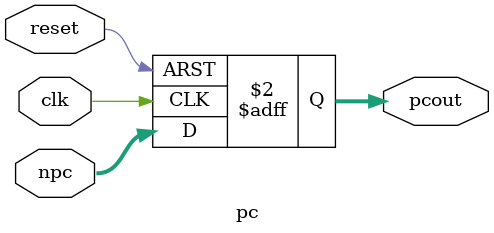
<source format=v>
module pc(clk,npc,reset,pcout);
  input clk,reset;
  input [31:0] npc;
  output [31:0] pcout;
  reg [31:0] pcout;
  
  
  always @(posedge clk,posedge reset)
  begin
    if(reset)//reset=1 ??
      pcout=32'h0000_3000;
    else
      pcout<=npc;
  end
endmodule
</source>
